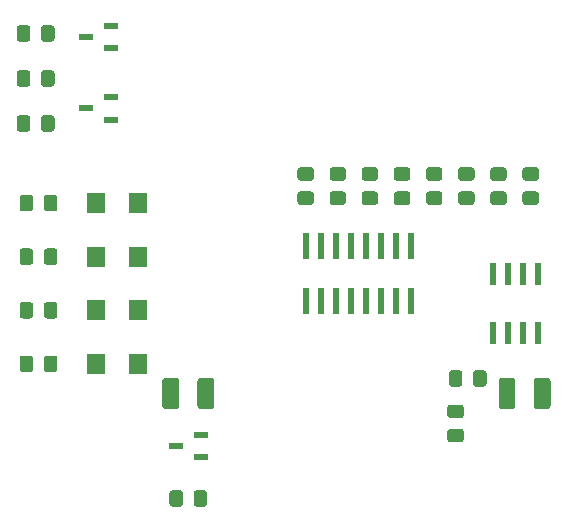
<source format=gbr>
%TF.GenerationSoftware,KiCad,Pcbnew,(5.1.6)-1*%
%TF.CreationDate,2020-09-19T20:41:12-05:00*%
%TF.ProjectId,voltmeter,766f6c74-6d65-4746-9572-2e6b69636164,rev?*%
%TF.SameCoordinates,Original*%
%TF.FileFunction,Paste,Top*%
%TF.FilePolarity,Positive*%
%FSLAX46Y46*%
G04 Gerber Fmt 4.6, Leading zero omitted, Abs format (unit mm)*
G04 Created by KiCad (PCBNEW (5.1.6)-1) date 2020-09-19 20:41:12*
%MOMM*%
%LPD*%
G01*
G04 APERTURE LIST*
%ADD10R,1.300000X0.600000*%
%ADD11R,0.558800X1.981200*%
%ADD12R,0.558800X2.184400*%
%ADD13R,1.500000X1.800000*%
G04 APERTURE END LIST*
%TO.C,C3*%
G36*
G01*
X163808000Y-115765000D02*
X163808000Y-117915000D01*
G75*
G02*
X163558000Y-118165000I-250000J0D01*
G01*
X162633000Y-118165000D01*
G75*
G02*
X162383000Y-117915000I0J250000D01*
G01*
X162383000Y-115765000D01*
G75*
G02*
X162633000Y-115515000I250000J0D01*
G01*
X163558000Y-115515000D01*
G75*
G02*
X163808000Y-115765000I0J-250000D01*
G01*
G37*
G36*
G01*
X166783000Y-115765000D02*
X166783000Y-117915000D01*
G75*
G02*
X166533000Y-118165000I-250000J0D01*
G01*
X165608000Y-118165000D01*
G75*
G02*
X165358000Y-117915000I0J250000D01*
G01*
X165358000Y-115765000D01*
G75*
G02*
X165608000Y-115515000I250000J0D01*
G01*
X166533000Y-115515000D01*
G75*
G02*
X166783000Y-115765000I0J-250000D01*
G01*
G37*
%TD*%
%TO.C,C2*%
G36*
G01*
X135336001Y-115765000D02*
X135336001Y-117915000D01*
G75*
G02*
X135086001Y-118165000I-250000J0D01*
G01*
X134161001Y-118165000D01*
G75*
G02*
X133911001Y-117915000I0J250000D01*
G01*
X133911001Y-115765000D01*
G75*
G02*
X134161001Y-115515000I250000J0D01*
G01*
X135086001Y-115515000D01*
G75*
G02*
X135336001Y-115765000I0J-250000D01*
G01*
G37*
G36*
G01*
X138311001Y-115765000D02*
X138311001Y-117915000D01*
G75*
G02*
X138061001Y-118165000I-250000J0D01*
G01*
X137136001Y-118165000D01*
G75*
G02*
X136886001Y-117915000I0J250000D01*
G01*
X136886001Y-115765000D01*
G75*
G02*
X137136001Y-115515000I250000J0D01*
G01*
X138061001Y-115515000D01*
G75*
G02*
X138311001Y-115765000I0J-250000D01*
G01*
G37*
%TD*%
D10*
%TO.C,VR1*%
X137186001Y-122235000D03*
X137186001Y-120335000D03*
X135086001Y-121285000D03*
%TD*%
D11*
%TO.C,U2*%
X165735000Y-111683800D03*
X164465000Y-111683800D03*
X163195000Y-111683800D03*
X161925000Y-111683800D03*
X161925000Y-106756200D03*
X163195000Y-106756200D03*
X164465000Y-106756200D03*
X165735000Y-106756200D03*
%TD*%
D12*
%TO.C,U1*%
X154940000Y-109042200D03*
X153670000Y-109042200D03*
X152400000Y-109042200D03*
X151130000Y-109042200D03*
X149860000Y-109042200D03*
X148590000Y-109042200D03*
X147320000Y-109042200D03*
X146050000Y-109042200D03*
X146050000Y-104317800D03*
X147320000Y-104317800D03*
X148590000Y-104317800D03*
X149860000Y-104317800D03*
X151130000Y-104317800D03*
X152400000Y-104317800D03*
X153670000Y-104317800D03*
X154940000Y-104317800D03*
%TD*%
%TO.C,R16*%
G36*
G01*
X122985000Y-113881901D02*
X122985000Y-114781903D01*
G75*
G02*
X122735001Y-115031902I-249999J0D01*
G01*
X122084999Y-115031902D01*
G75*
G02*
X121835000Y-114781903I0J249999D01*
G01*
X121835000Y-113881901D01*
G75*
G02*
X122084999Y-113631902I249999J0D01*
G01*
X122735001Y-113631902D01*
G75*
G02*
X122985000Y-113881901I0J-249999D01*
G01*
G37*
G36*
G01*
X125035000Y-113881901D02*
X125035000Y-114781903D01*
G75*
G02*
X124785001Y-115031902I-249999J0D01*
G01*
X124134999Y-115031902D01*
G75*
G02*
X123885000Y-114781903I0J249999D01*
G01*
X123885000Y-113881901D01*
G75*
G02*
X124134999Y-113631902I249999J0D01*
G01*
X124785001Y-113631902D01*
G75*
G02*
X125035000Y-113881901I0J-249999D01*
G01*
G37*
%TD*%
%TO.C,R15*%
G36*
G01*
X122985000Y-109345076D02*
X122985000Y-110245078D01*
G75*
G02*
X122735001Y-110495077I-249999J0D01*
G01*
X122084999Y-110495077D01*
G75*
G02*
X121835000Y-110245078I0J249999D01*
G01*
X121835000Y-109345076D01*
G75*
G02*
X122084999Y-109095077I249999J0D01*
G01*
X122735001Y-109095077D01*
G75*
G02*
X122985000Y-109345076I0J-249999D01*
G01*
G37*
G36*
G01*
X125035000Y-109345076D02*
X125035000Y-110245078D01*
G75*
G02*
X124785001Y-110495077I-249999J0D01*
G01*
X124134999Y-110495077D01*
G75*
G02*
X123885000Y-110245078I0J249999D01*
G01*
X123885000Y-109345076D01*
G75*
G02*
X124134999Y-109095077I249999J0D01*
G01*
X124785001Y-109095077D01*
G75*
G02*
X125035000Y-109345076I0J-249999D01*
G01*
G37*
%TD*%
%TO.C,R14*%
G36*
G01*
X122985000Y-100271426D02*
X122985000Y-101171428D01*
G75*
G02*
X122735001Y-101421427I-249999J0D01*
G01*
X122084999Y-101421427D01*
G75*
G02*
X121835000Y-101171428I0J249999D01*
G01*
X121835000Y-100271426D01*
G75*
G02*
X122084999Y-100021427I249999J0D01*
G01*
X122735001Y-100021427D01*
G75*
G02*
X122985000Y-100271426I0J-249999D01*
G01*
G37*
G36*
G01*
X125035000Y-100271426D02*
X125035000Y-101171428D01*
G75*
G02*
X124785001Y-101421427I-249999J0D01*
G01*
X124134999Y-101421427D01*
G75*
G02*
X123885000Y-101171428I0J249999D01*
G01*
X123885000Y-100271426D01*
G75*
G02*
X124134999Y-100021427I249999J0D01*
G01*
X124785001Y-100021427D01*
G75*
G02*
X125035000Y-100271426I0J-249999D01*
G01*
G37*
%TD*%
%TO.C,R13*%
G36*
G01*
X122985000Y-104808251D02*
X122985000Y-105708253D01*
G75*
G02*
X122735001Y-105958252I-249999J0D01*
G01*
X122084999Y-105958252D01*
G75*
G02*
X121835000Y-105708253I0J249999D01*
G01*
X121835000Y-104808251D01*
G75*
G02*
X122084999Y-104558252I249999J0D01*
G01*
X122735001Y-104558252D01*
G75*
G02*
X122985000Y-104808251I0J-249999D01*
G01*
G37*
G36*
G01*
X125035000Y-104808251D02*
X125035000Y-105708253D01*
G75*
G02*
X124785001Y-105958252I-249999J0D01*
G01*
X124134999Y-105958252D01*
G75*
G02*
X123885000Y-105708253I0J249999D01*
G01*
X123885000Y-104808251D01*
G75*
G02*
X124134999Y-104558252I249999J0D01*
G01*
X124785001Y-104558252D01*
G75*
G02*
X125035000Y-104808251I0J-249999D01*
G01*
G37*
%TD*%
%TO.C,R12*%
G36*
G01*
X158299999Y-119830000D02*
X159200001Y-119830000D01*
G75*
G02*
X159450000Y-120079999I0J-249999D01*
G01*
X159450000Y-120730001D01*
G75*
G02*
X159200001Y-120980000I-249999J0D01*
G01*
X158299999Y-120980000D01*
G75*
G02*
X158050000Y-120730001I0J249999D01*
G01*
X158050000Y-120079999D01*
G75*
G02*
X158299999Y-119830000I249999J0D01*
G01*
G37*
G36*
G01*
X158299999Y-117780000D02*
X159200001Y-117780000D01*
G75*
G02*
X159450000Y-118029999I0J-249999D01*
G01*
X159450000Y-118680001D01*
G75*
G02*
X159200001Y-118930000I-249999J0D01*
G01*
X158299999Y-118930000D01*
G75*
G02*
X158050000Y-118680001I0J249999D01*
G01*
X158050000Y-118029999D01*
G75*
G02*
X158299999Y-117780000I249999J0D01*
G01*
G37*
%TD*%
%TO.C,R11*%
G36*
G01*
X160225000Y-116020001D02*
X160225000Y-115119999D01*
G75*
G02*
X160474999Y-114870000I249999J0D01*
G01*
X161125001Y-114870000D01*
G75*
G02*
X161375000Y-115119999I0J-249999D01*
G01*
X161375000Y-116020001D01*
G75*
G02*
X161125001Y-116270000I-249999J0D01*
G01*
X160474999Y-116270000D01*
G75*
G02*
X160225000Y-116020001I0J249999D01*
G01*
G37*
G36*
G01*
X158175000Y-116020001D02*
X158175000Y-115119999D01*
G75*
G02*
X158424999Y-114870000I249999J0D01*
G01*
X159075001Y-114870000D01*
G75*
G02*
X159325000Y-115119999I0J-249999D01*
G01*
X159325000Y-116020001D01*
G75*
G02*
X159075001Y-116270000I-249999J0D01*
G01*
X158424999Y-116270000D01*
G75*
G02*
X158175000Y-116020001I0J249999D01*
G01*
G37*
%TD*%
%TO.C,R10*%
G36*
G01*
X159207139Y-99735000D02*
X160107141Y-99735000D01*
G75*
G02*
X160357140Y-99984999I0J-249999D01*
G01*
X160357140Y-100635001D01*
G75*
G02*
X160107141Y-100885000I-249999J0D01*
G01*
X159207139Y-100885000D01*
G75*
G02*
X158957140Y-100635001I0J249999D01*
G01*
X158957140Y-99984999D01*
G75*
G02*
X159207139Y-99735000I249999J0D01*
G01*
G37*
G36*
G01*
X159207139Y-97685000D02*
X160107141Y-97685000D01*
G75*
G02*
X160357140Y-97934999I0J-249999D01*
G01*
X160357140Y-98585001D01*
G75*
G02*
X160107141Y-98835000I-249999J0D01*
G01*
X159207139Y-98835000D01*
G75*
G02*
X158957140Y-98585001I0J249999D01*
G01*
X158957140Y-97934999D01*
G75*
G02*
X159207139Y-97685000I249999J0D01*
G01*
G37*
%TD*%
%TO.C,R9*%
G36*
G01*
X161928567Y-99735000D02*
X162828569Y-99735000D01*
G75*
G02*
X163078568Y-99984999I0J-249999D01*
G01*
X163078568Y-100635001D01*
G75*
G02*
X162828569Y-100885000I-249999J0D01*
G01*
X161928567Y-100885000D01*
G75*
G02*
X161678568Y-100635001I0J249999D01*
G01*
X161678568Y-99984999D01*
G75*
G02*
X161928567Y-99735000I249999J0D01*
G01*
G37*
G36*
G01*
X161928567Y-97685000D02*
X162828569Y-97685000D01*
G75*
G02*
X163078568Y-97934999I0J-249999D01*
G01*
X163078568Y-98585001D01*
G75*
G02*
X162828569Y-98835000I-249999J0D01*
G01*
X161928567Y-98835000D01*
G75*
G02*
X161678568Y-98585001I0J249999D01*
G01*
X161678568Y-97934999D01*
G75*
G02*
X161928567Y-97685000I249999J0D01*
G01*
G37*
%TD*%
%TO.C,R8*%
G36*
G01*
X164649999Y-99735000D02*
X165550001Y-99735000D01*
G75*
G02*
X165800000Y-99984999I0J-249999D01*
G01*
X165800000Y-100635001D01*
G75*
G02*
X165550001Y-100885000I-249999J0D01*
G01*
X164649999Y-100885000D01*
G75*
G02*
X164400000Y-100635001I0J249999D01*
G01*
X164400000Y-99984999D01*
G75*
G02*
X164649999Y-99735000I249999J0D01*
G01*
G37*
G36*
G01*
X164649999Y-97685000D02*
X165550001Y-97685000D01*
G75*
G02*
X165800000Y-97934999I0J-249999D01*
G01*
X165800000Y-98585001D01*
G75*
G02*
X165550001Y-98835000I-249999J0D01*
G01*
X164649999Y-98835000D01*
G75*
G02*
X164400000Y-98585001I0J249999D01*
G01*
X164400000Y-97934999D01*
G75*
G02*
X164649999Y-97685000I249999J0D01*
G01*
G37*
%TD*%
%TO.C,R7*%
G36*
G01*
X156485711Y-99735000D02*
X157385713Y-99735000D01*
G75*
G02*
X157635712Y-99984999I0J-249999D01*
G01*
X157635712Y-100635001D01*
G75*
G02*
X157385713Y-100885000I-249999J0D01*
G01*
X156485711Y-100885000D01*
G75*
G02*
X156235712Y-100635001I0J249999D01*
G01*
X156235712Y-99984999D01*
G75*
G02*
X156485711Y-99735000I249999J0D01*
G01*
G37*
G36*
G01*
X156485711Y-97685000D02*
X157385713Y-97685000D01*
G75*
G02*
X157635712Y-97934999I0J-249999D01*
G01*
X157635712Y-98585001D01*
G75*
G02*
X157385713Y-98835000I-249999J0D01*
G01*
X156485711Y-98835000D01*
G75*
G02*
X156235712Y-98585001I0J249999D01*
G01*
X156235712Y-97934999D01*
G75*
G02*
X156485711Y-97685000I249999J0D01*
G01*
G37*
%TD*%
%TO.C,R6*%
G36*
G01*
X153764283Y-99735000D02*
X154664285Y-99735000D01*
G75*
G02*
X154914284Y-99984999I0J-249999D01*
G01*
X154914284Y-100635001D01*
G75*
G02*
X154664285Y-100885000I-249999J0D01*
G01*
X153764283Y-100885000D01*
G75*
G02*
X153514284Y-100635001I0J249999D01*
G01*
X153514284Y-99984999D01*
G75*
G02*
X153764283Y-99735000I249999J0D01*
G01*
G37*
G36*
G01*
X153764283Y-97685000D02*
X154664285Y-97685000D01*
G75*
G02*
X154914284Y-97934999I0J-249999D01*
G01*
X154914284Y-98585001D01*
G75*
G02*
X154664285Y-98835000I-249999J0D01*
G01*
X153764283Y-98835000D01*
G75*
G02*
X153514284Y-98585001I0J249999D01*
G01*
X153514284Y-97934999D01*
G75*
G02*
X153764283Y-97685000I249999J0D01*
G01*
G37*
%TD*%
%TO.C,R5*%
G36*
G01*
X151042855Y-99735000D02*
X151942857Y-99735000D01*
G75*
G02*
X152192856Y-99984999I0J-249999D01*
G01*
X152192856Y-100635001D01*
G75*
G02*
X151942857Y-100885000I-249999J0D01*
G01*
X151042855Y-100885000D01*
G75*
G02*
X150792856Y-100635001I0J249999D01*
G01*
X150792856Y-99984999D01*
G75*
G02*
X151042855Y-99735000I249999J0D01*
G01*
G37*
G36*
G01*
X151042855Y-97685000D02*
X151942857Y-97685000D01*
G75*
G02*
X152192856Y-97934999I0J-249999D01*
G01*
X152192856Y-98585001D01*
G75*
G02*
X151942857Y-98835000I-249999J0D01*
G01*
X151042855Y-98835000D01*
G75*
G02*
X150792856Y-98585001I0J249999D01*
G01*
X150792856Y-97934999D01*
G75*
G02*
X151042855Y-97685000I249999J0D01*
G01*
G37*
%TD*%
%TO.C,R4*%
G36*
G01*
X148321427Y-99735000D02*
X149221429Y-99735000D01*
G75*
G02*
X149471428Y-99984999I0J-249999D01*
G01*
X149471428Y-100635001D01*
G75*
G02*
X149221429Y-100885000I-249999J0D01*
G01*
X148321427Y-100885000D01*
G75*
G02*
X148071428Y-100635001I0J249999D01*
G01*
X148071428Y-99984999D01*
G75*
G02*
X148321427Y-99735000I249999J0D01*
G01*
G37*
G36*
G01*
X148321427Y-97685000D02*
X149221429Y-97685000D01*
G75*
G02*
X149471428Y-97934999I0J-249999D01*
G01*
X149471428Y-98585001D01*
G75*
G02*
X149221429Y-98835000I-249999J0D01*
G01*
X148321427Y-98835000D01*
G75*
G02*
X148071428Y-98585001I0J249999D01*
G01*
X148071428Y-97934999D01*
G75*
G02*
X148321427Y-97685000I249999J0D01*
G01*
G37*
%TD*%
%TO.C,R3*%
G36*
G01*
X145599999Y-99735000D02*
X146500001Y-99735000D01*
G75*
G02*
X146750000Y-99984999I0J-249999D01*
G01*
X146750000Y-100635001D01*
G75*
G02*
X146500001Y-100885000I-249999J0D01*
G01*
X145599999Y-100885000D01*
G75*
G02*
X145350000Y-100635001I0J249999D01*
G01*
X145350000Y-99984999D01*
G75*
G02*
X145599999Y-99735000I249999J0D01*
G01*
G37*
G36*
G01*
X145599999Y-97685000D02*
X146500001Y-97685000D01*
G75*
G02*
X146750000Y-97934999I0J-249999D01*
G01*
X146750000Y-98585001D01*
G75*
G02*
X146500001Y-98835000I-249999J0D01*
G01*
X145599999Y-98835000D01*
G75*
G02*
X145350000Y-98585001I0J249999D01*
G01*
X145350000Y-97934999D01*
G75*
G02*
X145599999Y-97685000I249999J0D01*
G01*
G37*
%TD*%
%TO.C,R2*%
G36*
G01*
X123640000Y-86810001D02*
X123640000Y-85909999D01*
G75*
G02*
X123889999Y-85660000I249999J0D01*
G01*
X124540001Y-85660000D01*
G75*
G02*
X124790000Y-85909999I0J-249999D01*
G01*
X124790000Y-86810001D01*
G75*
G02*
X124540001Y-87060000I-249999J0D01*
G01*
X123889999Y-87060000D01*
G75*
G02*
X123640000Y-86810001I0J249999D01*
G01*
G37*
G36*
G01*
X121590000Y-86810001D02*
X121590000Y-85909999D01*
G75*
G02*
X121839999Y-85660000I249999J0D01*
G01*
X122490001Y-85660000D01*
G75*
G02*
X122740000Y-85909999I0J-249999D01*
G01*
X122740000Y-86810001D01*
G75*
G02*
X122490001Y-87060000I-249999J0D01*
G01*
X121839999Y-87060000D01*
G75*
G02*
X121590000Y-86810001I0J249999D01*
G01*
G37*
%TD*%
%TO.C,R1*%
G36*
G01*
X123640000Y-94430001D02*
X123640000Y-93529999D01*
G75*
G02*
X123889999Y-93280000I249999J0D01*
G01*
X124540001Y-93280000D01*
G75*
G02*
X124790000Y-93529999I0J-249999D01*
G01*
X124790000Y-94430001D01*
G75*
G02*
X124540001Y-94680000I-249999J0D01*
G01*
X123889999Y-94680000D01*
G75*
G02*
X123640000Y-94430001I0J249999D01*
G01*
G37*
G36*
G01*
X121590000Y-94430001D02*
X121590000Y-93529999D01*
G75*
G02*
X121839999Y-93280000I249999J0D01*
G01*
X122490001Y-93280000D01*
G75*
G02*
X122740000Y-93529999I0J-249999D01*
G01*
X122740000Y-94430001D01*
G75*
G02*
X122490001Y-94680000I-249999J0D01*
G01*
X121839999Y-94680000D01*
G75*
G02*
X121590000Y-94430001I0J249999D01*
G01*
G37*
%TD*%
%TO.C,R0*%
G36*
G01*
X123640000Y-90620001D02*
X123640000Y-89719999D01*
G75*
G02*
X123889999Y-89470000I249999J0D01*
G01*
X124540001Y-89470000D01*
G75*
G02*
X124790000Y-89719999I0J-249999D01*
G01*
X124790000Y-90620001D01*
G75*
G02*
X124540001Y-90870000I-249999J0D01*
G01*
X123889999Y-90870000D01*
G75*
G02*
X123640000Y-90620001I0J249999D01*
G01*
G37*
G36*
G01*
X121590000Y-90620001D02*
X121590000Y-89719999D01*
G75*
G02*
X121839999Y-89470000I249999J0D01*
G01*
X122490001Y-89470000D01*
G75*
G02*
X122740000Y-89719999I0J-249999D01*
G01*
X122740000Y-90620001D01*
G75*
G02*
X122490001Y-90870000I-249999J0D01*
G01*
X121839999Y-90870000D01*
G75*
G02*
X121590000Y-90620001I0J249999D01*
G01*
G37*
%TD*%
D10*
%TO.C,Q2*%
X129540000Y-87630000D03*
X129540000Y-85730000D03*
X127440000Y-86680000D03*
%TD*%
%TO.C,Q1*%
X129540000Y-93660000D03*
X129540000Y-91760000D03*
X127440000Y-92710000D03*
%TD*%
D13*
%TO.C,D4*%
X128270000Y-114331902D03*
X131870000Y-114331902D03*
%TD*%
%TO.C,D3*%
X128270000Y-109795077D03*
X131870000Y-109795077D03*
%TD*%
%TO.C,D2*%
X128270000Y-100721427D03*
X131870000Y-100721427D03*
%TD*%
%TO.C,D1*%
X128270000Y-105258252D03*
X131870000Y-105258252D03*
%TD*%
%TO.C,C1*%
G36*
G01*
X135661001Y-125279999D02*
X135661001Y-126180001D01*
G75*
G02*
X135411002Y-126430000I-249999J0D01*
G01*
X134761000Y-126430000D01*
G75*
G02*
X134511001Y-126180001I0J249999D01*
G01*
X134511001Y-125279999D01*
G75*
G02*
X134761000Y-125030000I249999J0D01*
G01*
X135411002Y-125030000D01*
G75*
G02*
X135661001Y-125279999I0J-249999D01*
G01*
G37*
G36*
G01*
X137711001Y-125279999D02*
X137711001Y-126180001D01*
G75*
G02*
X137461002Y-126430000I-249999J0D01*
G01*
X136811000Y-126430000D01*
G75*
G02*
X136561001Y-126180001I0J249999D01*
G01*
X136561001Y-125279999D01*
G75*
G02*
X136811000Y-125030000I249999J0D01*
G01*
X137461002Y-125030000D01*
G75*
G02*
X137711001Y-125279999I0J-249999D01*
G01*
G37*
%TD*%
M02*

</source>
